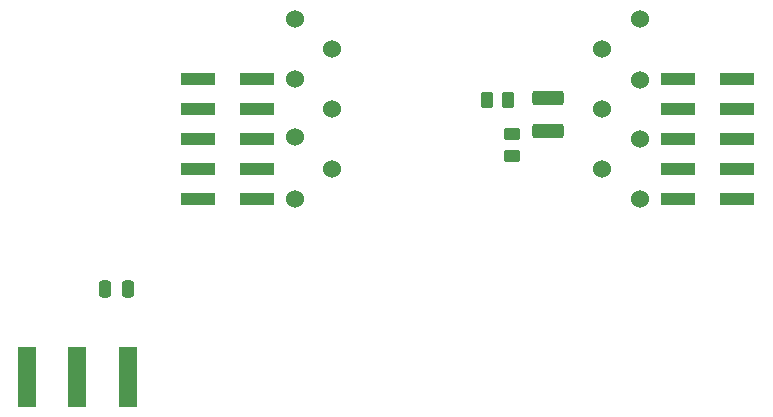
<source format=gbs>
%TF.GenerationSoftware,KiCad,Pcbnew,(6.0.9)*%
%TF.CreationDate,2022-12-04T20:54:03+08:00*%
%TF.ProjectId,kirdyShield,6b697264-7953-4686-9965-6c642e6b6963,rev?*%
%TF.SameCoordinates,Original*%
%TF.FileFunction,Soldermask,Bot*%
%TF.FilePolarity,Negative*%
%FSLAX46Y46*%
G04 Gerber Fmt 4.6, Leading zero omitted, Abs format (unit mm)*
G04 Created by KiCad (PCBNEW (6.0.9)) date 2022-12-04 20:54:03*
%MOMM*%
%LPD*%
G01*
G04 APERTURE LIST*
G04 Aperture macros list*
%AMRoundRect*
0 Rectangle with rounded corners*
0 $1 Rounding radius*
0 $2 $3 $4 $5 $6 $7 $8 $9 X,Y pos of 4 corners*
0 Add a 4 corners polygon primitive as box body*
4,1,4,$2,$3,$4,$5,$6,$7,$8,$9,$2,$3,0*
0 Add four circle primitives for the rounded corners*
1,1,$1+$1,$2,$3*
1,1,$1+$1,$4,$5*
1,1,$1+$1,$6,$7*
1,1,$1+$1,$8,$9*
0 Add four rect primitives between the rounded corners*
20,1,$1+$1,$2,$3,$4,$5,0*
20,1,$1+$1,$4,$5,$6,$7,0*
20,1,$1+$1,$6,$7,$8,$9,0*
20,1,$1+$1,$8,$9,$2,$3,0*%
G04 Aperture macros list end*
%ADD10C,1.524000*%
%ADD11RoundRect,0.250000X-1.075000X0.375000X-1.075000X-0.375000X1.075000X-0.375000X1.075000X0.375000X0*%
%ADD12R,1.500000X5.080000*%
%ADD13RoundRect,0.250000X-0.450000X0.262500X-0.450000X-0.262500X0.450000X-0.262500X0.450000X0.262500X0*%
%ADD14R,3.000000X1.000000*%
%ADD15RoundRect,0.250000X-0.262500X-0.450000X0.262500X-0.450000X0.262500X0.450000X-0.262500X0.450000X0*%
%ADD16RoundRect,0.250000X0.250000X0.475000X-0.250000X0.475000X-0.250000X-0.475000X0.250000X-0.475000X0*%
G04 APERTURE END LIST*
D10*
%TO.C,J2*%
X88265000Y-114300000D03*
X91440000Y-116840000D03*
X88265000Y-119380000D03*
X91440000Y-121920000D03*
X88265000Y-124333000D03*
X91440000Y-127000000D03*
X88265000Y-129540000D03*
%TD*%
%TO.C,J4*%
X117475000Y-129540000D03*
X114300000Y-127000000D03*
X117475000Y-124460000D03*
X114300000Y-121920000D03*
X117475000Y-119507000D03*
X114300000Y-116840000D03*
X117475000Y-114300000D03*
%TD*%
D11*
%TO.C,L1*%
X109728000Y-121028000D03*
X109728000Y-123828000D03*
%TD*%
D12*
%TO.C,J5*%
X69850000Y-144637500D03*
X65600000Y-144637500D03*
X74100000Y-144637500D03*
%TD*%
D13*
%TO.C,R2*%
X106680000Y-124055500D03*
X106680000Y-125880500D03*
%TD*%
D14*
%TO.C,J1*%
X125710000Y-129540000D03*
X120670000Y-129540000D03*
X125710000Y-127000000D03*
X120670000Y-127000000D03*
X125710000Y-124460000D03*
X120670000Y-124460000D03*
X125710000Y-121920000D03*
X120670000Y-121920000D03*
X125710000Y-119380000D03*
X120670000Y-119380000D03*
%TD*%
%TO.C,J3*%
X80030000Y-119380000D03*
X85070000Y-119380000D03*
X80030000Y-121920000D03*
X85070000Y-121920000D03*
X80030000Y-124460000D03*
X85070000Y-124460000D03*
X80030000Y-127000000D03*
X85070000Y-127000000D03*
X80030000Y-129540000D03*
X85070000Y-129540000D03*
%TD*%
D15*
%TO.C,R1*%
X104497500Y-121158000D03*
X106322500Y-121158000D03*
%TD*%
D16*
%TO.C,C1*%
X74102000Y-137160000D03*
X72202000Y-137160000D03*
%TD*%
M02*

</source>
